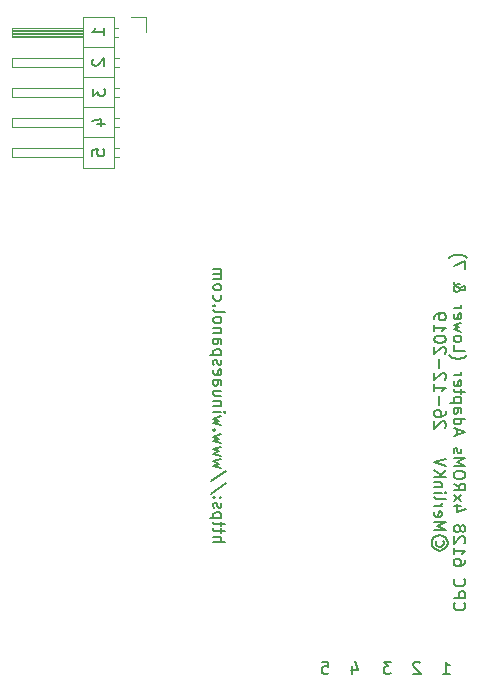
<source format=gbo>
G04 #@! TF.GenerationSoftware,KiCad,Pcbnew,(5.1.6)-1*
G04 #@! TF.CreationDate,2020-07-20T19:56:41+03:00*
G04 #@! TF.ProjectId,CPC_MultiROM_01,4350435f-4d75-46c7-9469-524f4d5f3031,rev?*
G04 #@! TF.SameCoordinates,Original*
G04 #@! TF.FileFunction,Legend,Bot*
G04 #@! TF.FilePolarity,Positive*
%FSLAX46Y46*%
G04 Gerber Fmt 4.6, Leading zero omitted, Abs format (unit mm)*
G04 Created by KiCad (PCBNEW (5.1.6)-1) date 2020-07-20 19:56:41*
%MOMM*%
%LPD*%
G01*
G04 APERTURE LIST*
%ADD10C,0.150000*%
%ADD11C,0.120000*%
G04 APERTURE END LIST*
D10*
X125552380Y-64588095D02*
X125552380Y-64111904D01*
X126028571Y-64064285D01*
X125980952Y-64111904D01*
X125933333Y-64207142D01*
X125933333Y-64445238D01*
X125980952Y-64540476D01*
X126028571Y-64588095D01*
X126123809Y-64635714D01*
X126361904Y-64635714D01*
X126457142Y-64588095D01*
X126504761Y-64540476D01*
X126552380Y-64445238D01*
X126552380Y-64207142D01*
X126504761Y-64111904D01*
X126457142Y-64064285D01*
X125935714Y-61940476D02*
X126602380Y-61940476D01*
X125554761Y-61702380D02*
X126269047Y-61464285D01*
X126269047Y-62083333D01*
X125602380Y-58916666D02*
X125602380Y-59535714D01*
X125983333Y-59202380D01*
X125983333Y-59345238D01*
X126030952Y-59440476D01*
X126078571Y-59488095D01*
X126173809Y-59535714D01*
X126411904Y-59535714D01*
X126507142Y-59488095D01*
X126554761Y-59440476D01*
X126602380Y-59345238D01*
X126602380Y-59059523D01*
X126554761Y-58964285D01*
X126507142Y-58916666D01*
X125647619Y-56414285D02*
X125600000Y-56461904D01*
X125552380Y-56557142D01*
X125552380Y-56795238D01*
X125600000Y-56890476D01*
X125647619Y-56938095D01*
X125742857Y-56985714D01*
X125838095Y-56985714D01*
X125980952Y-56938095D01*
X126552380Y-56366666D01*
X126552380Y-56985714D01*
X126552380Y-54385714D02*
X126552380Y-53814285D01*
X126552380Y-54100000D02*
X125552380Y-54100000D01*
X125695238Y-54004761D01*
X125790476Y-53909523D01*
X125838095Y-53814285D01*
X145011904Y-107452380D02*
X145488095Y-107452380D01*
X145535714Y-107928571D01*
X145488095Y-107880952D01*
X145392857Y-107833333D01*
X145154761Y-107833333D01*
X145059523Y-107880952D01*
X145011904Y-107928571D01*
X144964285Y-108023809D01*
X144964285Y-108261904D01*
X145011904Y-108357142D01*
X145059523Y-108404761D01*
X145154761Y-108452380D01*
X145392857Y-108452380D01*
X145488095Y-108404761D01*
X145535714Y-108357142D01*
X155214285Y-108452380D02*
X155785714Y-108452380D01*
X155500000Y-108452380D02*
X155500000Y-107452380D01*
X155595238Y-107595238D01*
X155690476Y-107690476D01*
X155785714Y-107738095D01*
X153285714Y-107547619D02*
X153238095Y-107500000D01*
X153142857Y-107452380D01*
X152904761Y-107452380D01*
X152809523Y-107500000D01*
X152761904Y-107547619D01*
X152714285Y-107642857D01*
X152714285Y-107738095D01*
X152761904Y-107880952D01*
X153333333Y-108452380D01*
X152714285Y-108452380D01*
X150833333Y-107452380D02*
X150214285Y-107452380D01*
X150547619Y-107833333D01*
X150404761Y-107833333D01*
X150309523Y-107880952D01*
X150261904Y-107928571D01*
X150214285Y-108023809D01*
X150214285Y-108261904D01*
X150261904Y-108357142D01*
X150309523Y-108404761D01*
X150404761Y-108452380D01*
X150690476Y-108452380D01*
X150785714Y-108404761D01*
X150833333Y-108357142D01*
X147559523Y-107785714D02*
X147559523Y-108452380D01*
X147797619Y-107404761D02*
X148035714Y-108119047D01*
X147416666Y-108119047D01*
X156217857Y-102452380D02*
X156170238Y-102500000D01*
X156122619Y-102642857D01*
X156122619Y-102738095D01*
X156170238Y-102880952D01*
X156265476Y-102976190D01*
X156360714Y-103023809D01*
X156551190Y-103071428D01*
X156694047Y-103071428D01*
X156884523Y-103023809D01*
X156979761Y-102976190D01*
X157075000Y-102880952D01*
X157122619Y-102738095D01*
X157122619Y-102642857D01*
X157075000Y-102500000D01*
X157027380Y-102452380D01*
X156122619Y-102023809D02*
X157122619Y-102023809D01*
X157122619Y-101642857D01*
X157075000Y-101547619D01*
X157027380Y-101500000D01*
X156932142Y-101452380D01*
X156789285Y-101452380D01*
X156694047Y-101500000D01*
X156646428Y-101547619D01*
X156598809Y-101642857D01*
X156598809Y-102023809D01*
X156217857Y-100452380D02*
X156170238Y-100500000D01*
X156122619Y-100642857D01*
X156122619Y-100738095D01*
X156170238Y-100880952D01*
X156265476Y-100976190D01*
X156360714Y-101023809D01*
X156551190Y-101071428D01*
X156694047Y-101071428D01*
X156884523Y-101023809D01*
X156979761Y-100976190D01*
X157075000Y-100880952D01*
X157122619Y-100738095D01*
X157122619Y-100642857D01*
X157075000Y-100500000D01*
X157027380Y-100452380D01*
X157122619Y-98833333D02*
X157122619Y-99023809D01*
X157075000Y-99119047D01*
X157027380Y-99166666D01*
X156884523Y-99261904D01*
X156694047Y-99309523D01*
X156313095Y-99309523D01*
X156217857Y-99261904D01*
X156170238Y-99214285D01*
X156122619Y-99119047D01*
X156122619Y-98928571D01*
X156170238Y-98833333D01*
X156217857Y-98785714D01*
X156313095Y-98738095D01*
X156551190Y-98738095D01*
X156646428Y-98785714D01*
X156694047Y-98833333D01*
X156741666Y-98928571D01*
X156741666Y-99119047D01*
X156694047Y-99214285D01*
X156646428Y-99261904D01*
X156551190Y-99309523D01*
X156122619Y-97785714D02*
X156122619Y-98357142D01*
X156122619Y-98071428D02*
X157122619Y-98071428D01*
X156979761Y-98166666D01*
X156884523Y-98261904D01*
X156836904Y-98357142D01*
X157027380Y-97404761D02*
X157075000Y-97357142D01*
X157122619Y-97261904D01*
X157122619Y-97023809D01*
X157075000Y-96928571D01*
X157027380Y-96880952D01*
X156932142Y-96833333D01*
X156836904Y-96833333D01*
X156694047Y-96880952D01*
X156122619Y-97452380D01*
X156122619Y-96833333D01*
X156694047Y-96261904D02*
X156741666Y-96357142D01*
X156789285Y-96404761D01*
X156884523Y-96452380D01*
X156932142Y-96452380D01*
X157027380Y-96404761D01*
X157075000Y-96357142D01*
X157122619Y-96261904D01*
X157122619Y-96071428D01*
X157075000Y-95976190D01*
X157027380Y-95928571D01*
X156932142Y-95880952D01*
X156884523Y-95880952D01*
X156789285Y-95928571D01*
X156741666Y-95976190D01*
X156694047Y-96071428D01*
X156694047Y-96261904D01*
X156646428Y-96357142D01*
X156598809Y-96404761D01*
X156503571Y-96452380D01*
X156313095Y-96452380D01*
X156217857Y-96404761D01*
X156170238Y-96357142D01*
X156122619Y-96261904D01*
X156122619Y-96071428D01*
X156170238Y-95976190D01*
X156217857Y-95928571D01*
X156313095Y-95880952D01*
X156503571Y-95880952D01*
X156598809Y-95928571D01*
X156646428Y-95976190D01*
X156694047Y-96071428D01*
X156789285Y-94261904D02*
X156122619Y-94261904D01*
X157170238Y-94500000D02*
X156455952Y-94738095D01*
X156455952Y-94119047D01*
X156122619Y-93833333D02*
X156789285Y-93309523D01*
X156789285Y-93833333D02*
X156122619Y-93309523D01*
X156122619Y-92357142D02*
X156598809Y-92690476D01*
X156122619Y-92928571D02*
X157122619Y-92928571D01*
X157122619Y-92547619D01*
X157075000Y-92452380D01*
X157027380Y-92404761D01*
X156932142Y-92357142D01*
X156789285Y-92357142D01*
X156694047Y-92404761D01*
X156646428Y-92452380D01*
X156598809Y-92547619D01*
X156598809Y-92928571D01*
X157122619Y-91738095D02*
X157122619Y-91547619D01*
X157075000Y-91452380D01*
X156979761Y-91357142D01*
X156789285Y-91309523D01*
X156455952Y-91309523D01*
X156265476Y-91357142D01*
X156170238Y-91452380D01*
X156122619Y-91547619D01*
X156122619Y-91738095D01*
X156170238Y-91833333D01*
X156265476Y-91928571D01*
X156455952Y-91976190D01*
X156789285Y-91976190D01*
X156979761Y-91928571D01*
X157075000Y-91833333D01*
X157122619Y-91738095D01*
X156122619Y-90880952D02*
X157122619Y-90880952D01*
X156408333Y-90547619D01*
X157122619Y-90214285D01*
X156122619Y-90214285D01*
X156170238Y-89785714D02*
X156122619Y-89690476D01*
X156122619Y-89500000D01*
X156170238Y-89404761D01*
X156265476Y-89357142D01*
X156313095Y-89357142D01*
X156408333Y-89404761D01*
X156455952Y-89500000D01*
X156455952Y-89642857D01*
X156503571Y-89738095D01*
X156598809Y-89785714D01*
X156646428Y-89785714D01*
X156741666Y-89738095D01*
X156789285Y-89642857D01*
X156789285Y-89500000D01*
X156741666Y-89404761D01*
X156408333Y-88214285D02*
X156408333Y-87738095D01*
X156122619Y-88309523D02*
X157122619Y-87976190D01*
X156122619Y-87642857D01*
X156122619Y-86880952D02*
X157122619Y-86880952D01*
X156170238Y-86880952D02*
X156122619Y-86976190D01*
X156122619Y-87166666D01*
X156170238Y-87261904D01*
X156217857Y-87309523D01*
X156313095Y-87357142D01*
X156598809Y-87357142D01*
X156694047Y-87309523D01*
X156741666Y-87261904D01*
X156789285Y-87166666D01*
X156789285Y-86976190D01*
X156741666Y-86880952D01*
X156122619Y-85976190D02*
X156646428Y-85976190D01*
X156741666Y-86023809D01*
X156789285Y-86119047D01*
X156789285Y-86309523D01*
X156741666Y-86404761D01*
X156170238Y-85976190D02*
X156122619Y-86071428D01*
X156122619Y-86309523D01*
X156170238Y-86404761D01*
X156265476Y-86452380D01*
X156360714Y-86452380D01*
X156455952Y-86404761D01*
X156503571Y-86309523D01*
X156503571Y-86071428D01*
X156551190Y-85976190D01*
X156789285Y-85500000D02*
X155789285Y-85500000D01*
X156741666Y-85500000D02*
X156789285Y-85404761D01*
X156789285Y-85214285D01*
X156741666Y-85119047D01*
X156694047Y-85071428D01*
X156598809Y-85023809D01*
X156313095Y-85023809D01*
X156217857Y-85071428D01*
X156170238Y-85119047D01*
X156122619Y-85214285D01*
X156122619Y-85404761D01*
X156170238Y-85500000D01*
X156789285Y-84738095D02*
X156789285Y-84357142D01*
X157122619Y-84595238D02*
X156265476Y-84595238D01*
X156170238Y-84547619D01*
X156122619Y-84452380D01*
X156122619Y-84357142D01*
X156170238Y-83642857D02*
X156122619Y-83738095D01*
X156122619Y-83928571D01*
X156170238Y-84023809D01*
X156265476Y-84071428D01*
X156646428Y-84071428D01*
X156741666Y-84023809D01*
X156789285Y-83928571D01*
X156789285Y-83738095D01*
X156741666Y-83642857D01*
X156646428Y-83595238D01*
X156551190Y-83595238D01*
X156455952Y-84071428D01*
X156122619Y-83166666D02*
X156789285Y-83166666D01*
X156598809Y-83166666D02*
X156694047Y-83119047D01*
X156741666Y-83071428D01*
X156789285Y-82976190D01*
X156789285Y-82880952D01*
X155741666Y-81500000D02*
X155789285Y-81547619D01*
X155932142Y-81642857D01*
X156027380Y-81690476D01*
X156170238Y-81738095D01*
X156408333Y-81785714D01*
X156598809Y-81785714D01*
X156836904Y-81738095D01*
X156979761Y-81690476D01*
X157075000Y-81642857D01*
X157217857Y-81547619D01*
X157265476Y-81500000D01*
X156122619Y-80642857D02*
X156122619Y-81119047D01*
X157122619Y-81119047D01*
X156122619Y-80166666D02*
X156170238Y-80261904D01*
X156217857Y-80309523D01*
X156313095Y-80357142D01*
X156598809Y-80357142D01*
X156694047Y-80309523D01*
X156741666Y-80261904D01*
X156789285Y-80166666D01*
X156789285Y-80023809D01*
X156741666Y-79928571D01*
X156694047Y-79880952D01*
X156598809Y-79833333D01*
X156313095Y-79833333D01*
X156217857Y-79880952D01*
X156170238Y-79928571D01*
X156122619Y-80023809D01*
X156122619Y-80166666D01*
X156789285Y-79500000D02*
X156122619Y-79309523D01*
X156598809Y-79119047D01*
X156122619Y-78928571D01*
X156789285Y-78738095D01*
X156170238Y-77976190D02*
X156122619Y-78071428D01*
X156122619Y-78261904D01*
X156170238Y-78357142D01*
X156265476Y-78404761D01*
X156646428Y-78404761D01*
X156741666Y-78357142D01*
X156789285Y-78261904D01*
X156789285Y-78071428D01*
X156741666Y-77976190D01*
X156646428Y-77928571D01*
X156551190Y-77928571D01*
X156455952Y-78404761D01*
X156122619Y-77500000D02*
X156789285Y-77500000D01*
X156598809Y-77500000D02*
X156694047Y-77452380D01*
X156741666Y-77404761D01*
X156789285Y-77309523D01*
X156789285Y-77214285D01*
X156122619Y-75309523D02*
X156122619Y-75357142D01*
X156170238Y-75452380D01*
X156313095Y-75595238D01*
X156598809Y-75833333D01*
X156741666Y-75928571D01*
X156884523Y-75976190D01*
X156979761Y-75976190D01*
X157075000Y-75928571D01*
X157122619Y-75833333D01*
X157122619Y-75785714D01*
X157075000Y-75690476D01*
X156979761Y-75642857D01*
X156932142Y-75642857D01*
X156836904Y-75690476D01*
X156789285Y-75738095D01*
X156598809Y-76023809D01*
X156551190Y-76071428D01*
X156455952Y-76119047D01*
X156313095Y-76119047D01*
X156217857Y-76071428D01*
X156170238Y-76023809D01*
X156122619Y-75928571D01*
X156122619Y-75785714D01*
X156170238Y-75690476D01*
X156217857Y-75642857D01*
X156408333Y-75500000D01*
X156551190Y-75452380D01*
X156646428Y-75452380D01*
X157122619Y-74214285D02*
X157122619Y-73547619D01*
X156122619Y-73976190D01*
X155741666Y-73261904D02*
X155789285Y-73214285D01*
X155932142Y-73119047D01*
X156027380Y-73071428D01*
X156170238Y-73023809D01*
X156408333Y-72976190D01*
X156598809Y-72976190D01*
X156836904Y-73023809D01*
X156979761Y-73071428D01*
X157075000Y-73119047D01*
X157217857Y-73214285D01*
X157265476Y-73261904D01*
X155234523Y-97190476D02*
X155282142Y-97285714D01*
X155282142Y-97476190D01*
X155234523Y-97571428D01*
X155139285Y-97666666D01*
X155044047Y-97714285D01*
X154853571Y-97714285D01*
X154758333Y-97666666D01*
X154663095Y-97571428D01*
X154615476Y-97476190D01*
X154615476Y-97285714D01*
X154663095Y-97190476D01*
X155615476Y-97380952D02*
X155567857Y-97619047D01*
X155425000Y-97857142D01*
X155186904Y-98000000D01*
X154948809Y-98047619D01*
X154710714Y-98000000D01*
X154472619Y-97857142D01*
X154329761Y-97619047D01*
X154282142Y-97380952D01*
X154329761Y-97142857D01*
X154472619Y-96904761D01*
X154710714Y-96761904D01*
X154948809Y-96714285D01*
X155186904Y-96761904D01*
X155425000Y-96904761D01*
X155567857Y-97142857D01*
X155615476Y-97380952D01*
X154472619Y-96285714D02*
X155472619Y-96285714D01*
X154758333Y-95952380D01*
X155472619Y-95619047D01*
X154472619Y-95619047D01*
X154520238Y-94761904D02*
X154472619Y-94857142D01*
X154472619Y-95047619D01*
X154520238Y-95142857D01*
X154615476Y-95190476D01*
X154996428Y-95190476D01*
X155091666Y-95142857D01*
X155139285Y-95047619D01*
X155139285Y-94857142D01*
X155091666Y-94761904D01*
X154996428Y-94714285D01*
X154901190Y-94714285D01*
X154805952Y-95190476D01*
X154472619Y-94285714D02*
X155139285Y-94285714D01*
X154948809Y-94285714D02*
X155044047Y-94238095D01*
X155091666Y-94190476D01*
X155139285Y-94095238D01*
X155139285Y-94000000D01*
X154472619Y-93523809D02*
X154520238Y-93619047D01*
X154615476Y-93666666D01*
X155472619Y-93666666D01*
X154472619Y-93142857D02*
X155139285Y-93142857D01*
X155472619Y-93142857D02*
X155425000Y-93190476D01*
X155377380Y-93142857D01*
X155425000Y-93095238D01*
X155472619Y-93142857D01*
X155377380Y-93142857D01*
X155139285Y-92666666D02*
X154472619Y-92666666D01*
X155044047Y-92666666D02*
X155091666Y-92619047D01*
X155139285Y-92523809D01*
X155139285Y-92380952D01*
X155091666Y-92285714D01*
X154996428Y-92238095D01*
X154472619Y-92238095D01*
X154472619Y-91761904D02*
X155472619Y-91761904D01*
X154472619Y-91190476D02*
X155044047Y-91619047D01*
X155472619Y-91190476D02*
X154901190Y-91761904D01*
X155472619Y-90904761D02*
X154472619Y-90571428D01*
X155472619Y-90238095D01*
X155377380Y-87666666D02*
X155425000Y-87619047D01*
X155472619Y-87523809D01*
X155472619Y-87285714D01*
X155425000Y-87190476D01*
X155377380Y-87142857D01*
X155282142Y-87095238D01*
X155186904Y-87095238D01*
X155044047Y-87142857D01*
X154472619Y-87714285D01*
X154472619Y-87095238D01*
X155472619Y-86238095D02*
X155472619Y-86428571D01*
X155425000Y-86523809D01*
X155377380Y-86571428D01*
X155234523Y-86666666D01*
X155044047Y-86714285D01*
X154663095Y-86714285D01*
X154567857Y-86666666D01*
X154520238Y-86619047D01*
X154472619Y-86523809D01*
X154472619Y-86333333D01*
X154520238Y-86238095D01*
X154567857Y-86190476D01*
X154663095Y-86142857D01*
X154901190Y-86142857D01*
X154996428Y-86190476D01*
X155044047Y-86238095D01*
X155091666Y-86333333D01*
X155091666Y-86523809D01*
X155044047Y-86619047D01*
X154996428Y-86666666D01*
X154901190Y-86714285D01*
X154853571Y-85714285D02*
X154853571Y-84952380D01*
X154472619Y-83952380D02*
X154472619Y-84523809D01*
X154472619Y-84238095D02*
X155472619Y-84238095D01*
X155329761Y-84333333D01*
X155234523Y-84428571D01*
X155186904Y-84523809D01*
X155377380Y-83571428D02*
X155425000Y-83523809D01*
X155472619Y-83428571D01*
X155472619Y-83190476D01*
X155425000Y-83095238D01*
X155377380Y-83047619D01*
X155282142Y-83000000D01*
X155186904Y-83000000D01*
X155044047Y-83047619D01*
X154472619Y-83619047D01*
X154472619Y-83000000D01*
X154853571Y-82571428D02*
X154853571Y-81809523D01*
X155377380Y-81380952D02*
X155425000Y-81333333D01*
X155472619Y-81238095D01*
X155472619Y-81000000D01*
X155425000Y-80904761D01*
X155377380Y-80857142D01*
X155282142Y-80809523D01*
X155186904Y-80809523D01*
X155044047Y-80857142D01*
X154472619Y-81428571D01*
X154472619Y-80809523D01*
X155472619Y-80190476D02*
X155472619Y-80095238D01*
X155425000Y-80000000D01*
X155377380Y-79952380D01*
X155282142Y-79904761D01*
X155091666Y-79857142D01*
X154853571Y-79857142D01*
X154663095Y-79904761D01*
X154567857Y-79952380D01*
X154520238Y-80000000D01*
X154472619Y-80095238D01*
X154472619Y-80190476D01*
X154520238Y-80285714D01*
X154567857Y-80333333D01*
X154663095Y-80380952D01*
X154853571Y-80428571D01*
X155091666Y-80428571D01*
X155282142Y-80380952D01*
X155377380Y-80333333D01*
X155425000Y-80285714D01*
X155472619Y-80190476D01*
X154472619Y-78904761D02*
X154472619Y-79476190D01*
X154472619Y-79190476D02*
X155472619Y-79190476D01*
X155329761Y-79285714D01*
X155234523Y-79380952D01*
X155186904Y-79476190D01*
X154472619Y-78428571D02*
X154472619Y-78238095D01*
X154520238Y-78142857D01*
X154567857Y-78095238D01*
X154710714Y-78000000D01*
X154901190Y-77952380D01*
X155282142Y-77952380D01*
X155377380Y-78000000D01*
X155425000Y-78047619D01*
X155472619Y-78142857D01*
X155472619Y-78333333D01*
X155425000Y-78428571D01*
X155377380Y-78476190D01*
X155282142Y-78523809D01*
X155044047Y-78523809D01*
X154948809Y-78476190D01*
X154901190Y-78428571D01*
X154853571Y-78333333D01*
X154853571Y-78142857D01*
X154901190Y-78047619D01*
X154948809Y-78000000D01*
X155044047Y-77952380D01*
X135797619Y-97297619D02*
X136797619Y-97297619D01*
X135797619Y-96869047D02*
X136321428Y-96869047D01*
X136416666Y-96916666D01*
X136464285Y-97011904D01*
X136464285Y-97154761D01*
X136416666Y-97250000D01*
X136369047Y-97297619D01*
X136464285Y-96535714D02*
X136464285Y-96154761D01*
X136797619Y-96392857D02*
X135940476Y-96392857D01*
X135845238Y-96345238D01*
X135797619Y-96250000D01*
X135797619Y-96154761D01*
X136464285Y-95964285D02*
X136464285Y-95583333D01*
X136797619Y-95821428D02*
X135940476Y-95821428D01*
X135845238Y-95773809D01*
X135797619Y-95678571D01*
X135797619Y-95583333D01*
X136464285Y-95250000D02*
X135464285Y-95250000D01*
X136416666Y-95250000D02*
X136464285Y-95154761D01*
X136464285Y-94964285D01*
X136416666Y-94869047D01*
X136369047Y-94821428D01*
X136273809Y-94773809D01*
X135988095Y-94773809D01*
X135892857Y-94821428D01*
X135845238Y-94869047D01*
X135797619Y-94964285D01*
X135797619Y-95154761D01*
X135845238Y-95250000D01*
X135845238Y-94392857D02*
X135797619Y-94297619D01*
X135797619Y-94107142D01*
X135845238Y-94011904D01*
X135940476Y-93964285D01*
X135988095Y-93964285D01*
X136083333Y-94011904D01*
X136130952Y-94107142D01*
X136130952Y-94250000D01*
X136178571Y-94345238D01*
X136273809Y-94392857D01*
X136321428Y-94392857D01*
X136416666Y-94345238D01*
X136464285Y-94250000D01*
X136464285Y-94107142D01*
X136416666Y-94011904D01*
X135892857Y-93535714D02*
X135845238Y-93488095D01*
X135797619Y-93535714D01*
X135845238Y-93583333D01*
X135892857Y-93535714D01*
X135797619Y-93535714D01*
X136416666Y-93535714D02*
X136369047Y-93488095D01*
X136321428Y-93535714D01*
X136369047Y-93583333D01*
X136416666Y-93535714D01*
X136321428Y-93535714D01*
X136845238Y-92345238D02*
X135559523Y-93202380D01*
X136845238Y-91297619D02*
X135559523Y-92154761D01*
X136464285Y-91059523D02*
X135797619Y-90869047D01*
X136273809Y-90678571D01*
X135797619Y-90488095D01*
X136464285Y-90297619D01*
X136464285Y-90011904D02*
X135797619Y-89821428D01*
X136273809Y-89630952D01*
X135797619Y-89440476D01*
X136464285Y-89250000D01*
X136464285Y-88964285D02*
X135797619Y-88773809D01*
X136273809Y-88583333D01*
X135797619Y-88392857D01*
X136464285Y-88202380D01*
X135892857Y-87821428D02*
X135845238Y-87773809D01*
X135797619Y-87821428D01*
X135845238Y-87869047D01*
X135892857Y-87821428D01*
X135797619Y-87821428D01*
X136464285Y-87440476D02*
X135797619Y-87250000D01*
X136273809Y-87059523D01*
X135797619Y-86869047D01*
X136464285Y-86678571D01*
X135797619Y-86297619D02*
X136464285Y-86297619D01*
X136797619Y-86297619D02*
X136750000Y-86345238D01*
X136702380Y-86297619D01*
X136750000Y-86250000D01*
X136797619Y-86297619D01*
X136702380Y-86297619D01*
X136464285Y-85821428D02*
X135797619Y-85821428D01*
X136369047Y-85821428D02*
X136416666Y-85773809D01*
X136464285Y-85678571D01*
X136464285Y-85535714D01*
X136416666Y-85440476D01*
X136321428Y-85392857D01*
X135797619Y-85392857D01*
X136464285Y-84488095D02*
X135797619Y-84488095D01*
X136464285Y-84916666D02*
X135940476Y-84916666D01*
X135845238Y-84869047D01*
X135797619Y-84773809D01*
X135797619Y-84630952D01*
X135845238Y-84535714D01*
X135892857Y-84488095D01*
X135797619Y-83583333D02*
X136321428Y-83583333D01*
X136416666Y-83630952D01*
X136464285Y-83726190D01*
X136464285Y-83916666D01*
X136416666Y-84011904D01*
X135845238Y-83583333D02*
X135797619Y-83678571D01*
X135797619Y-83916666D01*
X135845238Y-84011904D01*
X135940476Y-84059523D01*
X136035714Y-84059523D01*
X136130952Y-84011904D01*
X136178571Y-83916666D01*
X136178571Y-83678571D01*
X136226190Y-83583333D01*
X135845238Y-82726190D02*
X135797619Y-82821428D01*
X135797619Y-83011904D01*
X135845238Y-83107142D01*
X135940476Y-83154761D01*
X136321428Y-83154761D01*
X136416666Y-83107142D01*
X136464285Y-83011904D01*
X136464285Y-82821428D01*
X136416666Y-82726190D01*
X136321428Y-82678571D01*
X136226190Y-82678571D01*
X136130952Y-83154761D01*
X135845238Y-82297619D02*
X135797619Y-82202380D01*
X135797619Y-82011904D01*
X135845238Y-81916666D01*
X135940476Y-81869047D01*
X135988095Y-81869047D01*
X136083333Y-81916666D01*
X136130952Y-82011904D01*
X136130952Y-82154761D01*
X136178571Y-82250000D01*
X136273809Y-82297619D01*
X136321428Y-82297619D01*
X136416666Y-82250000D01*
X136464285Y-82154761D01*
X136464285Y-82011904D01*
X136416666Y-81916666D01*
X136464285Y-81440476D02*
X135464285Y-81440476D01*
X136416666Y-81440476D02*
X136464285Y-81345238D01*
X136464285Y-81154761D01*
X136416666Y-81059523D01*
X136369047Y-81011904D01*
X136273809Y-80964285D01*
X135988095Y-80964285D01*
X135892857Y-81011904D01*
X135845238Y-81059523D01*
X135797619Y-81154761D01*
X135797619Y-81345238D01*
X135845238Y-81440476D01*
X135797619Y-80107142D02*
X136321428Y-80107142D01*
X136416666Y-80154761D01*
X136464285Y-80250000D01*
X136464285Y-80440476D01*
X136416666Y-80535714D01*
X135845238Y-80107142D02*
X135797619Y-80202380D01*
X135797619Y-80440476D01*
X135845238Y-80535714D01*
X135940476Y-80583333D01*
X136035714Y-80583333D01*
X136130952Y-80535714D01*
X136178571Y-80440476D01*
X136178571Y-80202380D01*
X136226190Y-80107142D01*
X136464285Y-79630952D02*
X135797619Y-79630952D01*
X136369047Y-79630952D02*
X136416666Y-79583333D01*
X136464285Y-79488095D01*
X136464285Y-79345238D01*
X136416666Y-79250000D01*
X136321428Y-79202380D01*
X135797619Y-79202380D01*
X135797619Y-78583333D02*
X135845238Y-78678571D01*
X135892857Y-78726190D01*
X135988095Y-78773809D01*
X136273809Y-78773809D01*
X136369047Y-78726190D01*
X136416666Y-78678571D01*
X136464285Y-78583333D01*
X136464285Y-78440476D01*
X136416666Y-78345238D01*
X136369047Y-78297619D01*
X136273809Y-78250000D01*
X135988095Y-78250000D01*
X135892857Y-78297619D01*
X135845238Y-78345238D01*
X135797619Y-78440476D01*
X135797619Y-78583333D01*
X135797619Y-77678571D02*
X135845238Y-77773809D01*
X135940476Y-77821428D01*
X136797619Y-77821428D01*
X135892857Y-77297619D02*
X135845238Y-77250000D01*
X135797619Y-77297619D01*
X135845238Y-77345238D01*
X135892857Y-77297619D01*
X135797619Y-77297619D01*
X135845238Y-76392857D02*
X135797619Y-76488095D01*
X135797619Y-76678571D01*
X135845238Y-76773809D01*
X135892857Y-76821428D01*
X135988095Y-76869047D01*
X136273809Y-76869047D01*
X136369047Y-76821428D01*
X136416666Y-76773809D01*
X136464285Y-76678571D01*
X136464285Y-76488095D01*
X136416666Y-76392857D01*
X135797619Y-75821428D02*
X135845238Y-75916666D01*
X135892857Y-75964285D01*
X135988095Y-76011904D01*
X136273809Y-76011904D01*
X136369047Y-75964285D01*
X136416666Y-75916666D01*
X136464285Y-75821428D01*
X136464285Y-75678571D01*
X136416666Y-75583333D01*
X136369047Y-75535714D01*
X136273809Y-75488095D01*
X135988095Y-75488095D01*
X135892857Y-75535714D01*
X135845238Y-75583333D01*
X135797619Y-75678571D01*
X135797619Y-75821428D01*
X135797619Y-75059523D02*
X136464285Y-75059523D01*
X136369047Y-75059523D02*
X136416666Y-75011904D01*
X136464285Y-74916666D01*
X136464285Y-74773809D01*
X136416666Y-74678571D01*
X136321428Y-74630952D01*
X135797619Y-74630952D01*
X136321428Y-74630952D02*
X136416666Y-74583333D01*
X136464285Y-74488095D01*
X136464285Y-74345238D01*
X136416666Y-74250000D01*
X136321428Y-74202380D01*
X135797619Y-74202380D01*
D11*
X127410000Y-52820000D02*
X127410000Y-65640000D01*
X127410000Y-65640000D02*
X124750000Y-65640000D01*
X124750000Y-65640000D02*
X124750000Y-52820000D01*
X124750000Y-52820000D02*
X127410000Y-52820000D01*
X124750000Y-53770000D02*
X118750000Y-53770000D01*
X118750000Y-53770000D02*
X118750000Y-54530000D01*
X118750000Y-54530000D02*
X124750000Y-54530000D01*
X124750000Y-53830000D02*
X118750000Y-53830000D01*
X124750000Y-53950000D02*
X118750000Y-53950000D01*
X124750000Y-54070000D02*
X118750000Y-54070000D01*
X124750000Y-54190000D02*
X118750000Y-54190000D01*
X124750000Y-54310000D02*
X118750000Y-54310000D01*
X124750000Y-54430000D02*
X118750000Y-54430000D01*
X127740000Y-53770000D02*
X127410000Y-53770000D01*
X127740000Y-54530000D02*
X127410000Y-54530000D01*
X127410000Y-55420000D02*
X124750000Y-55420000D01*
X124750000Y-56310000D02*
X118750000Y-56310000D01*
X118750000Y-56310000D02*
X118750000Y-57070000D01*
X118750000Y-57070000D02*
X124750000Y-57070000D01*
X127807071Y-56310000D02*
X127410000Y-56310000D01*
X127807071Y-57070000D02*
X127410000Y-57070000D01*
X127410000Y-57960000D02*
X124750000Y-57960000D01*
X124750000Y-58850000D02*
X118750000Y-58850000D01*
X118750000Y-58850000D02*
X118750000Y-59610000D01*
X118750000Y-59610000D02*
X124750000Y-59610000D01*
X127807071Y-58850000D02*
X127410000Y-58850000D01*
X127807071Y-59610000D02*
X127410000Y-59610000D01*
X127410000Y-60500000D02*
X124750000Y-60500000D01*
X124750000Y-61390000D02*
X118750000Y-61390000D01*
X118750000Y-61390000D02*
X118750000Y-62150000D01*
X118750000Y-62150000D02*
X124750000Y-62150000D01*
X127807071Y-61390000D02*
X127410000Y-61390000D01*
X127807071Y-62150000D02*
X127410000Y-62150000D01*
X127410000Y-63040000D02*
X124750000Y-63040000D01*
X124750000Y-63930000D02*
X118750000Y-63930000D01*
X118750000Y-63930000D02*
X118750000Y-64690000D01*
X118750000Y-64690000D02*
X124750000Y-64690000D01*
X127807071Y-63930000D02*
X127410000Y-63930000D01*
X127807071Y-64690000D02*
X127410000Y-64690000D01*
X130120000Y-54150000D02*
X130120000Y-52880000D01*
X130120000Y-52880000D02*
X128850000Y-52880000D01*
M02*

</source>
